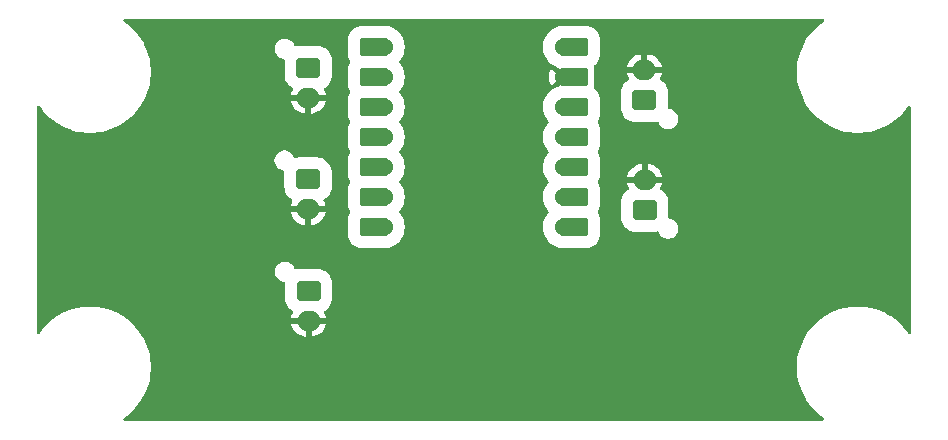
<source format=gtl>
G04 #@! TF.GenerationSoftware,KiCad,Pcbnew,9.0.0-9.0.0-2~ubuntu24.04.1*
G04 #@! TF.CreationDate,2025-03-14T16:09:41-04:00*
G04 #@! TF.ProjectId,RiftBox,52696674-426f-4782-9e6b-696361645f70,rev?*
G04 #@! TF.SameCoordinates,Original*
G04 #@! TF.FileFunction,Copper,L1,Top*
G04 #@! TF.FilePolarity,Positive*
%FSLAX46Y46*%
G04 Gerber Fmt 4.6, Leading zero omitted, Abs format (unit mm)*
G04 Created by KiCad (PCBNEW 9.0.0-9.0.0-2~ubuntu24.04.1) date 2025-03-14 16:09:41*
%MOMM*%
%LPD*%
G01*
G04 APERTURE LIST*
G04 Aperture macros list*
%AMRoundRect*
0 Rectangle with rounded corners*
0 $1 Rounding radius*
0 $2 $3 $4 $5 $6 $7 $8 $9 X,Y pos of 4 corners*
0 Add a 4 corners polygon primitive as box body*
4,1,4,$2,$3,$4,$5,$6,$7,$8,$9,$2,$3,0*
0 Add four circle primitives for the rounded corners*
1,1,$1+$1,$2,$3*
1,1,$1+$1,$4,$5*
1,1,$1+$1,$6,$7*
1,1,$1+$1,$8,$9*
0 Add four rect primitives between the rounded corners*
20,1,$1+$1,$2,$3,$4,$5,0*
20,1,$1+$1,$4,$5,$6,$7,0*
20,1,$1+$1,$6,$7,$8,$9,0*
20,1,$1+$1,$8,$9,$2,$3,0*%
G04 Aperture macros list end*
G04 #@! TA.AperFunction,ComponentPad*
%ADD10O,2.000000X1.700000*%
G04 #@! TD*
G04 #@! TA.AperFunction,ComponentPad*
%ADD11RoundRect,0.250000X-0.750000X0.600000X-0.750000X-0.600000X0.750000X-0.600000X0.750000X0.600000X0*%
G04 #@! TD*
G04 #@! TA.AperFunction,ComponentPad*
%ADD12RoundRect,0.250000X0.750000X-0.600000X0.750000X0.600000X-0.750000X0.600000X-0.750000X-0.600000X0*%
G04 #@! TD*
G04 #@! TA.AperFunction,SMDPad,CuDef*
%ADD13RoundRect,0.152400X-1.063600X-0.609600X1.063600X-0.609600X1.063600X0.609600X-1.063600X0.609600X0*%
G04 #@! TD*
G04 #@! TA.AperFunction,ComponentPad*
%ADD14C,1.524000*%
G04 #@! TD*
G04 #@! TA.AperFunction,SMDPad,CuDef*
%ADD15RoundRect,0.152400X1.063600X0.609600X-1.063600X0.609600X-1.063600X-0.609600X1.063600X-0.609600X0*%
G04 #@! TD*
G04 APERTURE END LIST*
D10*
X148500000Y-76040000D03*
D11*
X148500000Y-73500000D03*
X148480000Y-54620000D03*
D10*
X148480000Y-57160000D03*
D11*
X148455000Y-64080000D03*
D10*
X148455000Y-66620000D03*
D12*
X176930000Y-57370000D03*
D10*
X176930000Y-54830000D03*
D12*
X176955000Y-66660000D03*
D10*
X176955000Y-64120000D03*
D13*
X170955000Y-52880000D03*
D14*
X170120000Y-52880000D03*
D13*
X170955000Y-55420000D03*
D14*
X170120000Y-55420000D03*
D13*
X170955000Y-57960000D03*
D14*
X170120000Y-57960000D03*
D13*
X170955000Y-60500000D03*
D14*
X170120000Y-60500000D03*
D13*
X170955000Y-63040000D03*
D14*
X170120000Y-63040000D03*
D13*
X170955000Y-65580000D03*
D14*
X170120000Y-65580000D03*
D13*
X170955000Y-68120000D03*
D14*
X170120000Y-68120000D03*
X154880000Y-68120000D03*
D15*
X154045000Y-68120000D03*
D14*
X154880000Y-65580000D03*
D15*
X154045000Y-65580000D03*
D14*
X154880000Y-63040000D03*
D15*
X154045000Y-63040000D03*
D14*
X154880000Y-60500000D03*
D15*
X154045000Y-60500000D03*
D14*
X154880000Y-57960000D03*
D15*
X154045000Y-57960000D03*
D14*
X154880000Y-55420000D03*
D15*
X154045000Y-55420000D03*
D14*
X154880000Y-52880000D03*
D15*
X154045000Y-52880000D03*
G04 #@! TA.AperFunction,Conductor*
G36*
X192120090Y-50520185D02*
G01*
X192165845Y-50572989D01*
X192175789Y-50642147D01*
X192146764Y-50705703D01*
X192124175Y-50726075D01*
X191861580Y-50909945D01*
X191517055Y-51199037D01*
X191199037Y-51517055D01*
X190909941Y-51861585D01*
X190651985Y-52229984D01*
X190651969Y-52230010D01*
X190427101Y-52619491D01*
X190427093Y-52619506D01*
X190237029Y-53027101D01*
X190237026Y-53027107D01*
X190237025Y-53027111D01*
X190209123Y-53103771D01*
X190083197Y-53449749D01*
X189966799Y-53884158D01*
X189966796Y-53884171D01*
X189888698Y-54327081D01*
X189849500Y-54775120D01*
X189849500Y-55224879D01*
X189888698Y-55672918D01*
X189966796Y-56115828D01*
X189966799Y-56115841D01*
X190083197Y-56550250D01*
X190083200Y-56550260D01*
X190083201Y-56550261D01*
X190237025Y-56972889D01*
X190237028Y-56972896D01*
X190237029Y-56972898D01*
X190427093Y-57380493D01*
X190427101Y-57380508D01*
X190562724Y-57615412D01*
X190651974Y-57769998D01*
X190651978Y-57770004D01*
X190651985Y-57770015D01*
X190909941Y-58138414D01*
X191049376Y-58304585D01*
X191199035Y-58482942D01*
X191517058Y-58800965D01*
X191618671Y-58886228D01*
X191861585Y-59090058D01*
X192229984Y-59348014D01*
X192229991Y-59348018D01*
X192230002Y-59348026D01*
X192532125Y-59522457D01*
X192619491Y-59572898D01*
X192619506Y-59572906D01*
X192800659Y-59657378D01*
X193027111Y-59762975D01*
X193449739Y-59916799D01*
X193449745Y-59916800D01*
X193449749Y-59916802D01*
X193568052Y-59948500D01*
X193884166Y-60033203D01*
X194327084Y-60111302D01*
X194775122Y-60150499D01*
X194775123Y-60150500D01*
X194775124Y-60150500D01*
X195224877Y-60150500D01*
X195224877Y-60150499D01*
X195672916Y-60111302D01*
X196115834Y-60033203D01*
X196550261Y-59916799D01*
X196972889Y-59762975D01*
X197380502Y-59572902D01*
X197769998Y-59348026D01*
X198138413Y-59090059D01*
X198482942Y-58800965D01*
X198800965Y-58482942D01*
X199090059Y-58138413D01*
X199273925Y-57875824D01*
X199328502Y-57832200D01*
X199398000Y-57825006D01*
X199460355Y-57856529D01*
X199495769Y-57916759D01*
X199499500Y-57946948D01*
X199499500Y-77053051D01*
X199479815Y-77120090D01*
X199427011Y-77165845D01*
X199357853Y-77175789D01*
X199294297Y-77146764D01*
X199273925Y-77124175D01*
X199224123Y-77053051D01*
X199090059Y-76861587D01*
X199090058Y-76861586D01*
X199090054Y-76861580D01*
X198835501Y-76558217D01*
X198800965Y-76517058D01*
X198482942Y-76199035D01*
X198371860Y-76105826D01*
X198138414Y-75909941D01*
X197770015Y-75651985D01*
X197770004Y-75651978D01*
X197769998Y-75651974D01*
X197576054Y-75540000D01*
X197380508Y-75427101D01*
X197380493Y-75427093D01*
X196972898Y-75237029D01*
X196972896Y-75237028D01*
X196972889Y-75237025D01*
X196550261Y-75083201D01*
X196550260Y-75083200D01*
X196550250Y-75083197D01*
X196115841Y-74966799D01*
X196115844Y-74966799D01*
X196115834Y-74966797D01*
X196053300Y-74955770D01*
X195672918Y-74888698D01*
X195224879Y-74849500D01*
X195224876Y-74849500D01*
X194775124Y-74849500D01*
X194775120Y-74849500D01*
X194327081Y-74888698D01*
X193884171Y-74966796D01*
X193884168Y-74966796D01*
X193884166Y-74966797D01*
X193884161Y-74966798D01*
X193884158Y-74966799D01*
X193449749Y-75083197D01*
X193238425Y-75160113D01*
X193027111Y-75237025D01*
X193027107Y-75237026D01*
X193027101Y-75237029D01*
X192619506Y-75427093D01*
X192619491Y-75427101D01*
X192230010Y-75651969D01*
X192229984Y-75651985D01*
X191861585Y-75909941D01*
X191517055Y-76199037D01*
X191199037Y-76517055D01*
X190909941Y-76861585D01*
X190651985Y-77229984D01*
X190651969Y-77230010D01*
X190427101Y-77619491D01*
X190427093Y-77619506D01*
X190237029Y-78027101D01*
X190083197Y-78449749D01*
X189966799Y-78884158D01*
X189966796Y-78884171D01*
X189888698Y-79327081D01*
X189849500Y-79775120D01*
X189849500Y-80224879D01*
X189888698Y-80672918D01*
X189966796Y-81115828D01*
X189966799Y-81115841D01*
X190083197Y-81550250D01*
X190083200Y-81550260D01*
X190083201Y-81550261D01*
X190237025Y-81972889D01*
X190237028Y-81972896D01*
X190237029Y-81972898D01*
X190427093Y-82380493D01*
X190427101Y-82380508D01*
X190585162Y-82654276D01*
X190651974Y-82769998D01*
X190651978Y-82770004D01*
X190651985Y-82770015D01*
X190909941Y-83138414D01*
X191118899Y-83387440D01*
X191199035Y-83482942D01*
X191517058Y-83800965D01*
X191639661Y-83903841D01*
X191861580Y-84090054D01*
X192124175Y-84273925D01*
X192167799Y-84328502D01*
X192174992Y-84398001D01*
X192143470Y-84460355D01*
X192083240Y-84495769D01*
X192053051Y-84499500D01*
X132946949Y-84499500D01*
X132879910Y-84479815D01*
X132834155Y-84427011D01*
X132824211Y-84357853D01*
X132853236Y-84294297D01*
X132875825Y-84273925D01*
X133138413Y-84090059D01*
X133482942Y-83800965D01*
X133800965Y-83482942D01*
X134090059Y-83138413D01*
X134348026Y-82769998D01*
X134572902Y-82380502D01*
X134762975Y-81972889D01*
X134916799Y-81550261D01*
X135033203Y-81115834D01*
X135111302Y-80672916D01*
X135150500Y-80224876D01*
X135150500Y-79775124D01*
X135111302Y-79327084D01*
X135033203Y-78884166D01*
X134916799Y-78449739D01*
X134762975Y-78027111D01*
X134572902Y-77619498D01*
X134348026Y-77230002D01*
X134348018Y-77229991D01*
X134348014Y-77229984D01*
X134090058Y-76861585D01*
X133835501Y-76558217D01*
X133800965Y-76517058D01*
X133482942Y-76199035D01*
X133371860Y-76105826D01*
X133138414Y-75909941D01*
X132770015Y-75651985D01*
X132770004Y-75651978D01*
X132769998Y-75651974D01*
X132576054Y-75540000D01*
X132380508Y-75427101D01*
X132380493Y-75427093D01*
X131972898Y-75237029D01*
X131972896Y-75237028D01*
X131972889Y-75237025D01*
X131550261Y-75083201D01*
X131550260Y-75083200D01*
X131550250Y-75083197D01*
X131115841Y-74966799D01*
X131115844Y-74966799D01*
X131115834Y-74966797D01*
X131053300Y-74955770D01*
X130672918Y-74888698D01*
X130224879Y-74849500D01*
X130224876Y-74849500D01*
X129775124Y-74849500D01*
X129775120Y-74849500D01*
X129327081Y-74888698D01*
X128884171Y-74966796D01*
X128884168Y-74966796D01*
X128884166Y-74966797D01*
X128884161Y-74966798D01*
X128884158Y-74966799D01*
X128449749Y-75083197D01*
X128238425Y-75160113D01*
X128027111Y-75237025D01*
X128027107Y-75237026D01*
X128027101Y-75237029D01*
X127619506Y-75427093D01*
X127619491Y-75427101D01*
X127230010Y-75651969D01*
X127229984Y-75651985D01*
X126861585Y-75909941D01*
X126517055Y-76199037D01*
X126199037Y-76517055D01*
X125909945Y-76861580D01*
X125726075Y-77124175D01*
X125671498Y-77167799D01*
X125601999Y-77174992D01*
X125539645Y-77143470D01*
X125504231Y-77083240D01*
X125500500Y-77053051D01*
X125500500Y-71816228D01*
X145649500Y-71816228D01*
X145649500Y-71983771D01*
X145682182Y-72148074D01*
X145682184Y-72148082D01*
X145746295Y-72302860D01*
X145839373Y-72442162D01*
X145957837Y-72560626D01*
X146050494Y-72622537D01*
X146097137Y-72653703D01*
X146251918Y-72717816D01*
X146327028Y-72732756D01*
X146399691Y-72747210D01*
X146461602Y-72779594D01*
X146496176Y-72840310D01*
X146499500Y-72868827D01*
X146499500Y-74164208D01*
X146499501Y-74164223D01*
X146509904Y-74296413D01*
X146509905Y-74296420D01*
X146564902Y-74514678D01*
X146564903Y-74514681D01*
X146657991Y-74719622D01*
X146657997Y-74719632D01*
X146786174Y-74904645D01*
X146786178Y-74904650D01*
X146786181Y-74904654D01*
X146945346Y-75063819D01*
X146945350Y-75063822D01*
X146945354Y-75063825D01*
X146973316Y-75083197D01*
X147130374Y-75192007D01*
X147130385Y-75192012D01*
X147133182Y-75193599D01*
X147134221Y-75194673D01*
X147134952Y-75195179D01*
X147134851Y-75195323D01*
X147181780Y-75243799D01*
X147195523Y-75312303D01*
X147182484Y-75357749D01*
X147098904Y-75521782D01*
X147033242Y-75723870D01*
X147033242Y-75723873D01*
X147022769Y-75790000D01*
X148066988Y-75790000D01*
X148034075Y-75847007D01*
X148000000Y-75974174D01*
X148000000Y-76105826D01*
X148034075Y-76232993D01*
X148066988Y-76290000D01*
X147022769Y-76290000D01*
X147033242Y-76356126D01*
X147033242Y-76356129D01*
X147098904Y-76558217D01*
X147195379Y-76747557D01*
X147320272Y-76919459D01*
X147320276Y-76919464D01*
X147470535Y-77069723D01*
X147470540Y-77069727D01*
X147642442Y-77194620D01*
X147831782Y-77291095D01*
X148033870Y-77356757D01*
X148243754Y-77390000D01*
X148250000Y-77390000D01*
X148250000Y-76473012D01*
X148307007Y-76505925D01*
X148434174Y-76540000D01*
X148565826Y-76540000D01*
X148692993Y-76505925D01*
X148750000Y-76473012D01*
X148750000Y-77390000D01*
X148756246Y-77390000D01*
X148966127Y-77356757D01*
X148966130Y-77356757D01*
X149168217Y-77291095D01*
X149357557Y-77194620D01*
X149529459Y-77069727D01*
X149529464Y-77069723D01*
X149679723Y-76919464D01*
X149679727Y-76919459D01*
X149804620Y-76747557D01*
X149901095Y-76558217D01*
X149966757Y-76356129D01*
X149966757Y-76356126D01*
X149977231Y-76290000D01*
X148933012Y-76290000D01*
X148965925Y-76232993D01*
X149000000Y-76105826D01*
X149000000Y-75974174D01*
X148965925Y-75847007D01*
X148933012Y-75790000D01*
X149977231Y-75790000D01*
X149966757Y-75723873D01*
X149966757Y-75723870D01*
X149901095Y-75521782D01*
X149817516Y-75357750D01*
X149804620Y-75289081D01*
X149830896Y-75224341D01*
X149866807Y-75193606D01*
X149869611Y-75192013D01*
X149869626Y-75192007D01*
X150054654Y-75063819D01*
X150213819Y-74904654D01*
X150342007Y-74719626D01*
X150435096Y-74514683D01*
X150490096Y-74296412D01*
X150500500Y-74164217D01*
X150500499Y-72835784D01*
X150490096Y-72703588D01*
X150435096Y-72485317D01*
X150342007Y-72280374D01*
X150213819Y-72095346D01*
X150054654Y-71936181D01*
X150054650Y-71936178D01*
X150054645Y-71936174D01*
X149869632Y-71807997D01*
X149869630Y-71807995D01*
X149869626Y-71807993D01*
X149669242Y-71716975D01*
X149664681Y-71714903D01*
X149664678Y-71714902D01*
X149446420Y-71659905D01*
X149446413Y-71659904D01*
X149402347Y-71656436D01*
X149314217Y-71649500D01*
X149314215Y-71649500D01*
X147685791Y-71649500D01*
X147685776Y-71649501D01*
X147553588Y-71659904D01*
X147446961Y-71686772D01*
X147377144Y-71684064D01*
X147319874Y-71644040D01*
X147302102Y-71613982D01*
X147253705Y-71497141D01*
X147253704Y-71497139D01*
X147160626Y-71357837D01*
X147042162Y-71239373D01*
X146902860Y-71146295D01*
X146748082Y-71082184D01*
X146748074Y-71082182D01*
X146583771Y-71049500D01*
X146583767Y-71049500D01*
X146416233Y-71049500D01*
X146416228Y-71049500D01*
X146251925Y-71082182D01*
X146251917Y-71082184D01*
X146097139Y-71146295D01*
X145957837Y-71239373D01*
X145839373Y-71357837D01*
X145746295Y-71497139D01*
X145682184Y-71651917D01*
X145682182Y-71651925D01*
X145649500Y-71816228D01*
X125500500Y-71816228D01*
X125500500Y-62396228D01*
X145604500Y-62396228D01*
X145604500Y-62563771D01*
X145637182Y-62728074D01*
X145637184Y-62728082D01*
X145701295Y-62882860D01*
X145794373Y-63022162D01*
X145912837Y-63140626D01*
X146005494Y-63202537D01*
X146052137Y-63233703D01*
X146206918Y-63297816D01*
X146282028Y-63312756D01*
X146354691Y-63327210D01*
X146416602Y-63359594D01*
X146451176Y-63420310D01*
X146454500Y-63448827D01*
X146454500Y-64744208D01*
X146454501Y-64744223D01*
X146464904Y-64876413D01*
X146464905Y-64876420D01*
X146519902Y-65094678D01*
X146519903Y-65094681D01*
X146612991Y-65299622D01*
X146612997Y-65299632D01*
X146741174Y-65484645D01*
X146741178Y-65484650D01*
X146741181Y-65484654D01*
X146900346Y-65643819D01*
X146900350Y-65643822D01*
X146900354Y-65643825D01*
X147060220Y-65754580D01*
X147085374Y-65772007D01*
X147085385Y-65772012D01*
X147088182Y-65773599D01*
X147089221Y-65774673D01*
X147089952Y-65775179D01*
X147089851Y-65775323D01*
X147136780Y-65823799D01*
X147150523Y-65892303D01*
X147137484Y-65937749D01*
X147053904Y-66101782D01*
X146988242Y-66303870D01*
X146988242Y-66303873D01*
X146977769Y-66370000D01*
X148021988Y-66370000D01*
X147989075Y-66427007D01*
X147955000Y-66554174D01*
X147955000Y-66685826D01*
X147989075Y-66812993D01*
X148021988Y-66870000D01*
X146977769Y-66870000D01*
X146988242Y-66936126D01*
X146988242Y-66936129D01*
X147053904Y-67138217D01*
X147150379Y-67327557D01*
X147275272Y-67499459D01*
X147275276Y-67499464D01*
X147425535Y-67649723D01*
X147425540Y-67649727D01*
X147597442Y-67774620D01*
X147786782Y-67871095D01*
X147988870Y-67936757D01*
X148198754Y-67970000D01*
X148205000Y-67970000D01*
X148205000Y-67053012D01*
X148262007Y-67085925D01*
X148389174Y-67120000D01*
X148520826Y-67120000D01*
X148647993Y-67085925D01*
X148705000Y-67053012D01*
X148705000Y-67970000D01*
X148711246Y-67970000D01*
X148921127Y-67936757D01*
X148921130Y-67936757D01*
X149123217Y-67871095D01*
X149312557Y-67774620D01*
X149484459Y-67649727D01*
X149484464Y-67649723D01*
X149634723Y-67499464D01*
X149634727Y-67499459D01*
X149759620Y-67327557D01*
X149856095Y-67138217D01*
X149921757Y-66936129D01*
X149921757Y-66936126D01*
X149932231Y-66870000D01*
X148888012Y-66870000D01*
X148920925Y-66812993D01*
X148955000Y-66685826D01*
X148955000Y-66554174D01*
X148920925Y-66427007D01*
X148888012Y-66370000D01*
X149932231Y-66370000D01*
X149921757Y-66303873D01*
X149921757Y-66303870D01*
X149856095Y-66101782D01*
X149772516Y-65937750D01*
X149759620Y-65869081D01*
X149785896Y-65804341D01*
X149821807Y-65773606D01*
X149824611Y-65772013D01*
X149824626Y-65772007D01*
X150009654Y-65643819D01*
X150168819Y-65484654D01*
X150297007Y-65299626D01*
X150390096Y-65094683D01*
X150445096Y-64876412D01*
X150455500Y-64744217D01*
X150455499Y-63415784D01*
X150445096Y-63283588D01*
X150434247Y-63240535D01*
X150390097Y-63065321D01*
X150390096Y-63065318D01*
X150326127Y-62924486D01*
X150297007Y-62860374D01*
X150168819Y-62675346D01*
X150009654Y-62516181D01*
X150009650Y-62516178D01*
X150009645Y-62516174D01*
X149824632Y-62387997D01*
X149824630Y-62387995D01*
X149824626Y-62387993D01*
X149624242Y-62296975D01*
X149619681Y-62294903D01*
X149619678Y-62294902D01*
X149401420Y-62239905D01*
X149401413Y-62239904D01*
X149357347Y-62236436D01*
X149269217Y-62229500D01*
X149269215Y-62229500D01*
X147640791Y-62229500D01*
X147640776Y-62229501D01*
X147508588Y-62239904D01*
X147401961Y-62266772D01*
X147332144Y-62264064D01*
X147274874Y-62224040D01*
X147257102Y-62193982D01*
X147208705Y-62077141D01*
X147208704Y-62077139D01*
X147115626Y-61937837D01*
X146997162Y-61819373D01*
X146857860Y-61726295D01*
X146703082Y-61662184D01*
X146703074Y-61662182D01*
X146538771Y-61629500D01*
X146538767Y-61629500D01*
X146371233Y-61629500D01*
X146371228Y-61629500D01*
X146206925Y-61662182D01*
X146206917Y-61662184D01*
X146052139Y-61726295D01*
X145912837Y-61819373D01*
X145794373Y-61937837D01*
X145701295Y-62077139D01*
X145637184Y-62231917D01*
X145637182Y-62231925D01*
X145604500Y-62396228D01*
X125500500Y-62396228D01*
X125500500Y-57946948D01*
X125520185Y-57879909D01*
X125572989Y-57834154D01*
X125642147Y-57824210D01*
X125705703Y-57853235D01*
X125726075Y-57875825D01*
X125909941Y-58138414D01*
X126049376Y-58304585D01*
X126199035Y-58482942D01*
X126517058Y-58800965D01*
X126618671Y-58886228D01*
X126861585Y-59090058D01*
X127229984Y-59348014D01*
X127229991Y-59348018D01*
X127230002Y-59348026D01*
X127532125Y-59522457D01*
X127619491Y-59572898D01*
X127619506Y-59572906D01*
X127800659Y-59657378D01*
X128027111Y-59762975D01*
X128449739Y-59916799D01*
X128449745Y-59916800D01*
X128449749Y-59916802D01*
X128568052Y-59948500D01*
X128884166Y-60033203D01*
X129327084Y-60111302D01*
X129775122Y-60150499D01*
X129775123Y-60150500D01*
X129775124Y-60150500D01*
X130224877Y-60150500D01*
X130224877Y-60150499D01*
X130672916Y-60111302D01*
X131115834Y-60033203D01*
X131550261Y-59916799D01*
X131972889Y-59762975D01*
X132380502Y-59572902D01*
X132769998Y-59348026D01*
X133138413Y-59090059D01*
X133482942Y-58800965D01*
X133800965Y-58482942D01*
X134090059Y-58138413D01*
X134348026Y-57769998D01*
X134572902Y-57380502D01*
X134585730Y-57352993D01*
X134600867Y-57320532D01*
X134600867Y-57320531D01*
X134620122Y-57279239D01*
X134762975Y-56972889D01*
X134916799Y-56550261D01*
X135033203Y-56115834D01*
X135111302Y-55672916D01*
X135150500Y-55224876D01*
X135150500Y-54775124D01*
X135111302Y-54327084D01*
X135033203Y-53884166D01*
X134933815Y-53513242D01*
X134916802Y-53449749D01*
X134916800Y-53449745D01*
X134916799Y-53449739D01*
X134762975Y-53027111D01*
X134720596Y-52936228D01*
X145629500Y-52936228D01*
X145629500Y-53103771D01*
X145662182Y-53268074D01*
X145662184Y-53268082D01*
X145726295Y-53422860D01*
X145819373Y-53562162D01*
X145937837Y-53680626D01*
X146030494Y-53742537D01*
X146077137Y-53773703D01*
X146231918Y-53837816D01*
X146307028Y-53852756D01*
X146379691Y-53867210D01*
X146441602Y-53899594D01*
X146476176Y-53960310D01*
X146479500Y-53988827D01*
X146479500Y-55284208D01*
X146479501Y-55284223D01*
X146489904Y-55416413D01*
X146489905Y-55416420D01*
X146544902Y-55634678D01*
X146544903Y-55634681D01*
X146637991Y-55839622D01*
X146637997Y-55839632D01*
X146766174Y-56024645D01*
X146766178Y-56024650D01*
X146766181Y-56024654D01*
X146925346Y-56183819D01*
X146925350Y-56183822D01*
X146925354Y-56183825D01*
X147065575Y-56280970D01*
X147110374Y-56312007D01*
X147110385Y-56312012D01*
X147113182Y-56313599D01*
X147114221Y-56314673D01*
X147114952Y-56315179D01*
X147114851Y-56315323D01*
X147161780Y-56363799D01*
X147175523Y-56432303D01*
X147162484Y-56477749D01*
X147078904Y-56641782D01*
X147013242Y-56843870D01*
X147013242Y-56843873D01*
X147002769Y-56910000D01*
X148046988Y-56910000D01*
X148014075Y-56967007D01*
X147980000Y-57094174D01*
X147980000Y-57225826D01*
X148014075Y-57352993D01*
X148046988Y-57410000D01*
X147002769Y-57410000D01*
X147013242Y-57476126D01*
X147013242Y-57476129D01*
X147078904Y-57678217D01*
X147175379Y-57867557D01*
X147300272Y-58039459D01*
X147300276Y-58039464D01*
X147450535Y-58189723D01*
X147450540Y-58189727D01*
X147622442Y-58314620D01*
X147811782Y-58411095D01*
X148013870Y-58476757D01*
X148223754Y-58510000D01*
X148230000Y-58510000D01*
X148230000Y-57593012D01*
X148287007Y-57625925D01*
X148414174Y-57660000D01*
X148545826Y-57660000D01*
X148672993Y-57625925D01*
X148730000Y-57593012D01*
X148730000Y-58510000D01*
X148736246Y-58510000D01*
X148946127Y-58476757D01*
X148946130Y-58476757D01*
X149148217Y-58411095D01*
X149337557Y-58314620D01*
X149509459Y-58189727D01*
X149509464Y-58189723D01*
X149659723Y-58039464D01*
X149659727Y-58039459D01*
X149784620Y-57867557D01*
X149881095Y-57678217D01*
X149946757Y-57476129D01*
X149946757Y-57476126D01*
X149957231Y-57410000D01*
X148913012Y-57410000D01*
X148945925Y-57352993D01*
X148980000Y-57225826D01*
X148980000Y-57094174D01*
X148945925Y-56967007D01*
X148913012Y-56910000D01*
X149957231Y-56910000D01*
X149946757Y-56843873D01*
X149946757Y-56843870D01*
X149881095Y-56641782D01*
X149797516Y-56477750D01*
X149784620Y-56409081D01*
X149810896Y-56344341D01*
X149846807Y-56313606D01*
X149849611Y-56312013D01*
X149849626Y-56312007D01*
X150034654Y-56183819D01*
X150193819Y-56024654D01*
X150322007Y-55839626D01*
X150415096Y-55634683D01*
X150470096Y-55416412D01*
X150480500Y-55284217D01*
X150480499Y-53955784D01*
X150470096Y-53823588D01*
X150415096Y-53605317D01*
X150322007Y-53400374D01*
X150230349Y-53268074D01*
X150193825Y-53215354D01*
X150193822Y-53215350D01*
X150193819Y-53215346D01*
X150034654Y-53056181D01*
X150034650Y-53056178D01*
X150034645Y-53056174D01*
X149849632Y-52927997D01*
X149849630Y-52927995D01*
X149849626Y-52927993D01*
X149649242Y-52836975D01*
X149644681Y-52834903D01*
X149644678Y-52834902D01*
X149426420Y-52779905D01*
X149426413Y-52779904D01*
X149382347Y-52776436D01*
X149294217Y-52769500D01*
X149294215Y-52769500D01*
X147665791Y-52769500D01*
X147665776Y-52769501D01*
X147533588Y-52779904D01*
X147426961Y-52806772D01*
X147357144Y-52804064D01*
X147299874Y-52764040D01*
X147282102Y-52733982D01*
X147233705Y-52617141D01*
X147233704Y-52617139D01*
X147140626Y-52477837D01*
X147022165Y-52359376D01*
X147022161Y-52359373D01*
X146933598Y-52300197D01*
X146922746Y-52292946D01*
X146882863Y-52266297D01*
X146882860Y-52266295D01*
X146882859Y-52266295D01*
X146728082Y-52202184D01*
X146728074Y-52202182D01*
X146713279Y-52199239D01*
X151828500Y-52199239D01*
X151828500Y-53560760D01*
X151834663Y-53649561D01*
X151834664Y-53649570D01*
X151883580Y-53857542D01*
X151883582Y-53857548D01*
X151883583Y-53857551D01*
X151969886Y-54053010D01*
X151969887Y-54053011D01*
X151969888Y-54053013D01*
X151988322Y-54079925D01*
X152009967Y-54146357D01*
X151992261Y-54213946D01*
X151988322Y-54220075D01*
X151969888Y-54246986D01*
X151883582Y-54442451D01*
X151883580Y-54442457D01*
X151834665Y-54650427D01*
X151834663Y-54650442D01*
X151828500Y-54739239D01*
X151828500Y-56100760D01*
X151834663Y-56189561D01*
X151834664Y-56189570D01*
X151883580Y-56397542D01*
X151883582Y-56397548D01*
X151883583Y-56397551D01*
X151969886Y-56593010D01*
X151969887Y-56593012D01*
X151969888Y-56593013D01*
X151988322Y-56619925D01*
X152009967Y-56686357D01*
X151992261Y-56753946D01*
X151988322Y-56760075D01*
X151969888Y-56786986D01*
X151883582Y-56982451D01*
X151883580Y-56982457D01*
X151834665Y-57190427D01*
X151834663Y-57190442D01*
X151828500Y-57279239D01*
X151828500Y-58640760D01*
X151834663Y-58729561D01*
X151834664Y-58729570D01*
X151883580Y-58937542D01*
X151883582Y-58937548D01*
X151883583Y-58937551D01*
X151969886Y-59133010D01*
X151969887Y-59133012D01*
X151969888Y-59133013D01*
X151988322Y-59159925D01*
X152009967Y-59226357D01*
X151992261Y-59293946D01*
X151988322Y-59300075D01*
X151969888Y-59326986D01*
X151969886Y-59326989D01*
X151969886Y-59326990D01*
X151966169Y-59335409D01*
X151883582Y-59522451D01*
X151883580Y-59522457D01*
X151834665Y-59730427D01*
X151834663Y-59730442D01*
X151828500Y-59819239D01*
X151828500Y-61180760D01*
X151834663Y-61269561D01*
X151834664Y-61269570D01*
X151883580Y-61477542D01*
X151883582Y-61477548D01*
X151883583Y-61477551D01*
X151969886Y-61673010D01*
X151969887Y-61673012D01*
X151969888Y-61673013D01*
X151988322Y-61699925D01*
X152009967Y-61766357D01*
X151992261Y-61833946D01*
X151988322Y-61840075D01*
X151969888Y-61866986D01*
X151969886Y-61866989D01*
X151969886Y-61866990D01*
X151966169Y-61875409D01*
X151883582Y-62062451D01*
X151883580Y-62062457D01*
X151834665Y-62270427D01*
X151834663Y-62270442D01*
X151828500Y-62359239D01*
X151828500Y-63720760D01*
X151834663Y-63809561D01*
X151834664Y-63809570D01*
X151883580Y-64017542D01*
X151883582Y-64017548D01*
X151883583Y-64017551D01*
X151969886Y-64213010D01*
X151969887Y-64213012D01*
X151969888Y-64213013D01*
X151988322Y-64239925D01*
X152009967Y-64306357D01*
X151992261Y-64373946D01*
X151988322Y-64380075D01*
X151969888Y-64406986D01*
X151969886Y-64406989D01*
X151969886Y-64406990D01*
X151966169Y-64415409D01*
X151883582Y-64602451D01*
X151883580Y-64602457D01*
X151834665Y-64810427D01*
X151834663Y-64810442D01*
X151828500Y-64899239D01*
X151828500Y-66260760D01*
X151834663Y-66349561D01*
X151834664Y-66349570D01*
X151883580Y-66557542D01*
X151883582Y-66557548D01*
X151883583Y-66557551D01*
X151969886Y-66753010D01*
X151969887Y-66753012D01*
X151969888Y-66753013D01*
X151988322Y-66779925D01*
X152009967Y-66846357D01*
X151992261Y-66913946D01*
X151988322Y-66920075D01*
X151969888Y-66946986D01*
X151969886Y-66946989D01*
X151969886Y-66946990D01*
X151912350Y-67077296D01*
X151883582Y-67142451D01*
X151883580Y-67142457D01*
X151834665Y-67350427D01*
X151834663Y-67350442D01*
X151828500Y-67439239D01*
X151828500Y-68800760D01*
X151834663Y-68889561D01*
X151834664Y-68889570D01*
X151883580Y-69097542D01*
X151883582Y-69097548D01*
X151883583Y-69097551D01*
X151969886Y-69293010D01*
X152090635Y-69469282D01*
X152241718Y-69620365D01*
X152417990Y-69741114D01*
X152613449Y-69827417D01*
X152613455Y-69827418D01*
X152613457Y-69827419D01*
X152821427Y-69876334D01*
X152821430Y-69876334D01*
X152821437Y-69876336D01*
X152910243Y-69882500D01*
X154764473Y-69882499D01*
X154764480Y-69882500D01*
X154995520Y-69882500D01*
X154995526Y-69882499D01*
X155179756Y-69882499D01*
X155179760Y-69882499D01*
X155238960Y-69878390D01*
X155268563Y-69876336D01*
X155268564Y-69876335D01*
X155268570Y-69876335D01*
X155476542Y-69827419D01*
X155476540Y-69827419D01*
X155476551Y-69827417D01*
X155672010Y-69741114D01*
X155848282Y-69620365D01*
X155936104Y-69532541D01*
X155948300Y-69521847D01*
X156016799Y-69469286D01*
X156044591Y-69447961D01*
X156207961Y-69284591D01*
X156348610Y-69101294D01*
X156464130Y-68901207D01*
X156552546Y-68687753D01*
X156612343Y-68464585D01*
X156642500Y-68235520D01*
X156642500Y-68004480D01*
X156612343Y-67775415D01*
X156552546Y-67552247D01*
X156481366Y-67380404D01*
X156464135Y-67338804D01*
X156464128Y-67338789D01*
X156348610Y-67138706D01*
X156207962Y-66955410D01*
X156190235Y-66937683D01*
X156156748Y-66876361D01*
X156161731Y-66806669D01*
X156190235Y-66762317D01*
X156207961Y-66744591D01*
X156348610Y-66561294D01*
X156464130Y-66361207D01*
X156552546Y-66147753D01*
X156612343Y-65924585D01*
X156642500Y-65695520D01*
X156642500Y-65464480D01*
X156612343Y-65235415D01*
X156552546Y-65012247D01*
X156472875Y-64819904D01*
X156464135Y-64798804D01*
X156464128Y-64798789D01*
X156348610Y-64598706D01*
X156207962Y-64415410D01*
X156190235Y-64397683D01*
X156156748Y-64336361D01*
X156161731Y-64266669D01*
X156190235Y-64222317D01*
X156207961Y-64204591D01*
X156348610Y-64021294D01*
X156464130Y-63821207D01*
X156552546Y-63607753D01*
X156612343Y-63384585D01*
X156642500Y-63155520D01*
X156642500Y-62924480D01*
X156612343Y-62695415D01*
X156552546Y-62472247D01*
X156479088Y-62294904D01*
X156464135Y-62258804D01*
X156464128Y-62258789D01*
X156348610Y-62058706D01*
X156207962Y-61875410D01*
X156190235Y-61857683D01*
X156156748Y-61796361D01*
X156161731Y-61726669D01*
X156190235Y-61682317D01*
X156207961Y-61664591D01*
X156348610Y-61481294D01*
X156464130Y-61281207D01*
X156552546Y-61067753D01*
X156612343Y-60844585D01*
X156642500Y-60615520D01*
X156642500Y-60384480D01*
X156612343Y-60155415D01*
X156552546Y-59932247D01*
X156492721Y-59787817D01*
X156464135Y-59718804D01*
X156464128Y-59718789D01*
X156348610Y-59518706D01*
X156207962Y-59335410D01*
X156190235Y-59317683D01*
X156156748Y-59256361D01*
X156161731Y-59186669D01*
X156190235Y-59142317D01*
X156207961Y-59124591D01*
X156348610Y-58941294D01*
X156464130Y-58741207D01*
X156552546Y-58527753D01*
X156612343Y-58304585D01*
X156642500Y-58075520D01*
X156642500Y-57844480D01*
X156612343Y-57615415D01*
X156552546Y-57392247D01*
X156483612Y-57225826D01*
X156464135Y-57178804D01*
X156464128Y-57178789D01*
X156348610Y-56978706D01*
X156207962Y-56795410D01*
X156190235Y-56777683D01*
X156156748Y-56716361D01*
X156161731Y-56646669D01*
X156190235Y-56602317D01*
X156207961Y-56584591D01*
X156348610Y-56401294D01*
X156464130Y-56201207D01*
X156465666Y-56197500D01*
X156471334Y-56183815D01*
X156552546Y-55987753D01*
X156612343Y-55764585D01*
X156642500Y-55535520D01*
X156642500Y-55304480D01*
X156612343Y-55075415D01*
X156552546Y-54852247D01*
X156492604Y-54707534D01*
X156464135Y-54638804D01*
X156464128Y-54638789D01*
X156348610Y-54438706D01*
X156207962Y-54255410D01*
X156190235Y-54237683D01*
X156156748Y-54176361D01*
X156161731Y-54106669D01*
X156190235Y-54062317D01*
X156207961Y-54044591D01*
X156348610Y-53861294D01*
X156464130Y-53661207D01*
X156552546Y-53447753D01*
X156612343Y-53224585D01*
X156642500Y-52995520D01*
X156642500Y-52764486D01*
X168357500Y-52764486D01*
X168357500Y-52995513D01*
X168357501Y-52995529D01*
X168387655Y-53224574D01*
X168387656Y-53224579D01*
X168387657Y-53224585D01*
X168387658Y-53224587D01*
X168447454Y-53447753D01*
X168535864Y-53661195D01*
X168535871Y-53661210D01*
X168651389Y-53861293D01*
X168792037Y-54044589D01*
X168792043Y-54044596D01*
X168955403Y-54207956D01*
X168955410Y-54207962D01*
X169051703Y-54281850D01*
X169063898Y-54292545D01*
X169151718Y-54380365D01*
X169327990Y-54501114D01*
X169523449Y-54587417D01*
X169642772Y-54615481D01*
X169702059Y-54648505D01*
X170035906Y-54982352D01*
X169948429Y-55005792D01*
X169847070Y-55064311D01*
X169764311Y-55147070D01*
X169705792Y-55248429D01*
X169682352Y-55335905D01*
X169067730Y-54721282D01*
X169067729Y-54721283D01*
X169040643Y-54758564D01*
X168950457Y-54935562D01*
X168889075Y-55124476D01*
X168889075Y-55124479D01*
X168858000Y-55320678D01*
X168858000Y-55519321D01*
X168889075Y-55715520D01*
X168889075Y-55715523D01*
X168950457Y-55904437D01*
X169040641Y-56081432D01*
X169067730Y-56118715D01*
X169067731Y-56118716D01*
X169682352Y-55504094D01*
X169705792Y-55591571D01*
X169764311Y-55692930D01*
X169847070Y-55775689D01*
X169948429Y-55834208D01*
X170035904Y-55857647D01*
X169702059Y-56191493D01*
X169642769Y-56224518D01*
X169523455Y-56252581D01*
X169523451Y-56252582D01*
X169523449Y-56252583D01*
X169381356Y-56315323D01*
X169327988Y-56338887D01*
X169151719Y-56459634D01*
X169151713Y-56459639D01*
X169063892Y-56547459D01*
X169051699Y-56558152D01*
X168955413Y-56632035D01*
X168955411Y-56632037D01*
X168792036Y-56795411D01*
X168651389Y-56978706D01*
X168535871Y-57178789D01*
X168535864Y-57178804D01*
X168447454Y-57392246D01*
X168387658Y-57615412D01*
X168387655Y-57615425D01*
X168357501Y-57844470D01*
X168357500Y-57844486D01*
X168357500Y-58075513D01*
X168357501Y-58075529D01*
X168387655Y-58304574D01*
X168387656Y-58304579D01*
X168387657Y-58304585D01*
X168409119Y-58384683D01*
X168447454Y-58527753D01*
X168535864Y-58741195D01*
X168535871Y-58741210D01*
X168651389Y-58941293D01*
X168792037Y-59124589D01*
X168792043Y-59124596D01*
X168809766Y-59142319D01*
X168843251Y-59203642D01*
X168838267Y-59273334D01*
X168809766Y-59317681D01*
X168792043Y-59335403D01*
X168792037Y-59335410D01*
X168651389Y-59518706D01*
X168535871Y-59718789D01*
X168535864Y-59718804D01*
X168447454Y-59932246D01*
X168387658Y-60155412D01*
X168387655Y-60155425D01*
X168357501Y-60384470D01*
X168357500Y-60384486D01*
X168357500Y-60615513D01*
X168357501Y-60615529D01*
X168387655Y-60844574D01*
X168387656Y-60844579D01*
X168387657Y-60844585D01*
X168387658Y-60844587D01*
X168447454Y-61067753D01*
X168535864Y-61281195D01*
X168535871Y-61281210D01*
X168651389Y-61481293D01*
X168792037Y-61664589D01*
X168792043Y-61664596D01*
X168809766Y-61682319D01*
X168843251Y-61743642D01*
X168838267Y-61813334D01*
X168809766Y-61857681D01*
X168792043Y-61875403D01*
X168792037Y-61875410D01*
X168651389Y-62058706D01*
X168535871Y-62258789D01*
X168535864Y-62258804D01*
X168447454Y-62472246D01*
X168422930Y-62563771D01*
X168393035Y-62675346D01*
X168387658Y-62695412D01*
X168387655Y-62695425D01*
X168357501Y-62924470D01*
X168357500Y-62924486D01*
X168357500Y-63155513D01*
X168357501Y-63155529D01*
X168387655Y-63384574D01*
X168387656Y-63384579D01*
X168387657Y-63384585D01*
X168445854Y-63601782D01*
X168447454Y-63607753D01*
X168535864Y-63821195D01*
X168535871Y-63821210D01*
X168651389Y-64021293D01*
X168792037Y-64204589D01*
X168792043Y-64204596D01*
X168809766Y-64222319D01*
X168843251Y-64283642D01*
X168838267Y-64353334D01*
X168809766Y-64397681D01*
X168792043Y-64415403D01*
X168792037Y-64415410D01*
X168651389Y-64598706D01*
X168535871Y-64798789D01*
X168535864Y-64798804D01*
X168447454Y-65012246D01*
X168387658Y-65235412D01*
X168387655Y-65235425D01*
X168357501Y-65464470D01*
X168357500Y-65464486D01*
X168357500Y-65695513D01*
X168357501Y-65695529D01*
X168387655Y-65924574D01*
X168387656Y-65924579D01*
X168387657Y-65924585D01*
X168435136Y-66101782D01*
X168447454Y-66147753D01*
X168535864Y-66361195D01*
X168535871Y-66361210D01*
X168651389Y-66561293D01*
X168792037Y-66744589D01*
X168792043Y-66744596D01*
X168809766Y-66762319D01*
X168843251Y-66823642D01*
X168838267Y-66893334D01*
X168809766Y-66937681D01*
X168792043Y-66955403D01*
X168792037Y-66955410D01*
X168651389Y-67138706D01*
X168535871Y-67338789D01*
X168535864Y-67338804D01*
X168447454Y-67552246D01*
X168387658Y-67775412D01*
X168387655Y-67775425D01*
X168357501Y-68004470D01*
X168357500Y-68004486D01*
X168357500Y-68235513D01*
X168357501Y-68235529D01*
X168387655Y-68464574D01*
X168387656Y-68464579D01*
X168387657Y-68464585D01*
X168409476Y-68546016D01*
X168447454Y-68687753D01*
X168535864Y-68901195D01*
X168535871Y-68901210D01*
X168651389Y-69101293D01*
X168792037Y-69284589D01*
X168792043Y-69284596D01*
X168955403Y-69447956D01*
X168955410Y-69447962D01*
X169051703Y-69521850D01*
X169063895Y-69532542D01*
X169151718Y-69620365D01*
X169327990Y-69741114D01*
X169523449Y-69827417D01*
X169523455Y-69827418D01*
X169523457Y-69827419D01*
X169731427Y-69876334D01*
X169731430Y-69876334D01*
X169731437Y-69876336D01*
X169820243Y-69882500D01*
X169979811Y-69882499D01*
X169979817Y-69882500D01*
X170004480Y-69882500D01*
X170260183Y-69882500D01*
X170260187Y-69882499D01*
X172089760Y-69882499D01*
X172148960Y-69878390D01*
X172178563Y-69876336D01*
X172178564Y-69876335D01*
X172178570Y-69876335D01*
X172386542Y-69827419D01*
X172386540Y-69827419D01*
X172386551Y-69827417D01*
X172582010Y-69741114D01*
X172758282Y-69620365D01*
X172909365Y-69469282D01*
X173030114Y-69293010D01*
X173116417Y-69097551D01*
X173165336Y-68889563D01*
X173171500Y-68800757D01*
X173171499Y-67439244D01*
X173165336Y-67350437D01*
X173165335Y-67350436D01*
X173165335Y-67350429D01*
X173116419Y-67142457D01*
X173116417Y-67142451D01*
X173116417Y-67142449D01*
X173030114Y-66946990D01*
X173011676Y-66920073D01*
X172990031Y-66853645D01*
X173007736Y-66786056D01*
X173011660Y-66779948D01*
X173030114Y-66753010D01*
X173116417Y-66557551D01*
X173165336Y-66349563D01*
X173171500Y-66260757D01*
X173171500Y-65995777D01*
X174954500Y-65995777D01*
X174954500Y-67324208D01*
X174954501Y-67324223D01*
X174964904Y-67456413D01*
X174964905Y-67456420D01*
X175019902Y-67674678D01*
X175019903Y-67674681D01*
X175112991Y-67879622D01*
X175112997Y-67879632D01*
X175241174Y-68064645D01*
X175241178Y-68064650D01*
X175241181Y-68064654D01*
X175400346Y-68223819D01*
X175400350Y-68223822D01*
X175400354Y-68223825D01*
X175417225Y-68235513D01*
X175585374Y-68352007D01*
X175790317Y-68445096D01*
X175790321Y-68445097D01*
X176008579Y-68500094D01*
X176008581Y-68500094D01*
X176008588Y-68500096D01*
X176140783Y-68510500D01*
X177769216Y-68510499D01*
X177901412Y-68500096D01*
X178008039Y-68473228D01*
X178077854Y-68475935D01*
X178135124Y-68515958D01*
X178152897Y-68546016D01*
X178201295Y-68662860D01*
X178294373Y-68802162D01*
X178412837Y-68920626D01*
X178505494Y-68982537D01*
X178552137Y-69013703D01*
X178706918Y-69077816D01*
X178824946Y-69101293D01*
X178871228Y-69110499D01*
X178871232Y-69110500D01*
X178871233Y-69110500D01*
X179038768Y-69110500D01*
X179038769Y-69110499D01*
X179203082Y-69077816D01*
X179357863Y-69013703D01*
X179497162Y-68920626D01*
X179615626Y-68802162D01*
X179708703Y-68662863D01*
X179772816Y-68508082D01*
X179805500Y-68343767D01*
X179805500Y-68176233D01*
X179772816Y-68011918D01*
X179708703Y-67857137D01*
X179653567Y-67774620D01*
X179615626Y-67717837D01*
X179497162Y-67599373D01*
X179357860Y-67506295D01*
X179203082Y-67442184D01*
X179203076Y-67442182D01*
X179055307Y-67412789D01*
X178993397Y-67380404D01*
X178958822Y-67319688D01*
X178955499Y-67291180D01*
X178955499Y-65995784D01*
X178945096Y-65863588D01*
X178922019Y-65772007D01*
X178890097Y-65645321D01*
X178890096Y-65645318D01*
X178889415Y-65643819D01*
X178797007Y-65440374D01*
X178765297Y-65394603D01*
X178668825Y-65255354D01*
X178668822Y-65255350D01*
X178668819Y-65255346D01*
X178509654Y-65096181D01*
X178509650Y-65096178D01*
X178509645Y-65096174D01*
X178324632Y-64967997D01*
X178324630Y-64967996D01*
X178324626Y-64967993D01*
X178324620Y-64967990D01*
X178321812Y-64966397D01*
X178320771Y-64965322D01*
X178320048Y-64964821D01*
X178320147Y-64964677D01*
X178273217Y-64916196D01*
X178259476Y-64847690D01*
X178272516Y-64802249D01*
X178356094Y-64638219D01*
X178421757Y-64436129D01*
X178421757Y-64436126D01*
X178432231Y-64370000D01*
X177388012Y-64370000D01*
X177420925Y-64312993D01*
X177455000Y-64185826D01*
X177455000Y-64054174D01*
X177420925Y-63927007D01*
X177388012Y-63870000D01*
X178432231Y-63870000D01*
X178421757Y-63803873D01*
X178421757Y-63803870D01*
X178356095Y-63601782D01*
X178259620Y-63412442D01*
X178134727Y-63240540D01*
X178134723Y-63240535D01*
X177984464Y-63090276D01*
X177984459Y-63090272D01*
X177812557Y-62965379D01*
X177623217Y-62868904D01*
X177421129Y-62803242D01*
X177211246Y-62770000D01*
X177205000Y-62770000D01*
X177205000Y-63686988D01*
X177147993Y-63654075D01*
X177020826Y-63620000D01*
X176889174Y-63620000D01*
X176762007Y-63654075D01*
X176705000Y-63686988D01*
X176705000Y-62770000D01*
X176698754Y-62770000D01*
X176488872Y-62803242D01*
X176488869Y-62803242D01*
X176286782Y-62868904D01*
X176097442Y-62965379D01*
X175925540Y-63090272D01*
X175925535Y-63090276D01*
X175775276Y-63240535D01*
X175775272Y-63240540D01*
X175650379Y-63412442D01*
X175553904Y-63601782D01*
X175488242Y-63803870D01*
X175488242Y-63803873D01*
X175477769Y-63870000D01*
X176521988Y-63870000D01*
X176489075Y-63927007D01*
X176455000Y-64054174D01*
X176455000Y-64185826D01*
X176489075Y-64312993D01*
X176521988Y-64370000D01*
X175477769Y-64370000D01*
X175488242Y-64436126D01*
X175488242Y-64436129D01*
X175553904Y-64638217D01*
X175637483Y-64802249D01*
X175650379Y-64870918D01*
X175624103Y-64935659D01*
X175588202Y-64966387D01*
X175585373Y-64967992D01*
X175400354Y-65096174D01*
X175400342Y-65096184D01*
X175241184Y-65255342D01*
X175241174Y-65255354D01*
X175112997Y-65440367D01*
X175112991Y-65440377D01*
X175019903Y-65645318D01*
X175019902Y-65645321D01*
X174964905Y-65863579D01*
X174964904Y-65863586D01*
X174954500Y-65995777D01*
X173171500Y-65995777D01*
X173171499Y-65484657D01*
X173171499Y-64899239D01*
X173165336Y-64810438D01*
X173165335Y-64810429D01*
X173116419Y-64602457D01*
X173116417Y-64602451D01*
X173116417Y-64602449D01*
X173030114Y-64406990D01*
X173011676Y-64380073D01*
X172990031Y-64313645D01*
X173007736Y-64246056D01*
X173011660Y-64239948D01*
X173030114Y-64213010D01*
X173116417Y-64017551D01*
X173119894Y-64002767D01*
X173149082Y-63878674D01*
X173165334Y-63809573D01*
X173165334Y-63809569D01*
X173165336Y-63809563D01*
X173171500Y-63720757D01*
X173171499Y-62359244D01*
X173165336Y-62270437D01*
X173165335Y-62270436D01*
X173165335Y-62270429D01*
X173116419Y-62062457D01*
X173116417Y-62062451D01*
X173116417Y-62062449D01*
X173030114Y-61866990D01*
X173011676Y-61840073D01*
X172990031Y-61773645D01*
X173007736Y-61706056D01*
X173011660Y-61699948D01*
X173030114Y-61673010D01*
X173116417Y-61477551D01*
X173165336Y-61269563D01*
X173171500Y-61180757D01*
X173171499Y-59819244D01*
X173165336Y-59730437D01*
X173165335Y-59730436D01*
X173165335Y-59730429D01*
X173116419Y-59522457D01*
X173116417Y-59522451D01*
X173116417Y-59522449D01*
X173030114Y-59326990D01*
X173011676Y-59300073D01*
X172990031Y-59233645D01*
X173007736Y-59166056D01*
X173011660Y-59159948D01*
X173030114Y-59133010D01*
X173116417Y-58937551D01*
X173165336Y-58729563D01*
X173171500Y-58640757D01*
X173171499Y-57279244D01*
X173165336Y-57190437D01*
X173165335Y-57190436D01*
X173165335Y-57190429D01*
X173116419Y-56982457D01*
X173116417Y-56982451D01*
X173116417Y-56982449D01*
X173030114Y-56786990D01*
X173020820Y-56773423D01*
X173020819Y-56773420D01*
X172974482Y-56705777D01*
X174929500Y-56705777D01*
X174929500Y-58034208D01*
X174929501Y-58034223D01*
X174939904Y-58166413D01*
X174939905Y-58166420D01*
X174994902Y-58384678D01*
X174994903Y-58384681D01*
X175087991Y-58589622D01*
X175087997Y-58589632D01*
X175216174Y-58774645D01*
X175216178Y-58774650D01*
X175216181Y-58774654D01*
X175375346Y-58933819D01*
X175375350Y-58933822D01*
X175375354Y-58933825D01*
X175386135Y-58941294D01*
X175560374Y-59062007D01*
X175765317Y-59155096D01*
X175765321Y-59155097D01*
X175983579Y-59210094D01*
X175983581Y-59210094D01*
X175983588Y-59210096D01*
X176115783Y-59220500D01*
X177744216Y-59220499D01*
X177876412Y-59210096D01*
X177983039Y-59183228D01*
X178052854Y-59185935D01*
X178110124Y-59225958D01*
X178127897Y-59256016D01*
X178176295Y-59372860D01*
X178269373Y-59512162D01*
X178387837Y-59630626D01*
X178480494Y-59692537D01*
X178527137Y-59723703D01*
X178527138Y-59723703D01*
X178527139Y-59723704D01*
X178543406Y-59730442D01*
X178681918Y-59787816D01*
X178839914Y-59819243D01*
X178846228Y-59820499D01*
X178846232Y-59820500D01*
X178846233Y-59820500D01*
X179013768Y-59820500D01*
X179013769Y-59820499D01*
X179178082Y-59787816D01*
X179332863Y-59723703D01*
X179472162Y-59630626D01*
X179590626Y-59512162D01*
X179683703Y-59372863D01*
X179747816Y-59218082D01*
X179780500Y-59053767D01*
X179780500Y-58886233D01*
X179747816Y-58721918D01*
X179683703Y-58567137D01*
X179627447Y-58482944D01*
X179590626Y-58427837D01*
X179472162Y-58309373D01*
X179332860Y-58216295D01*
X179178082Y-58152184D01*
X179178076Y-58152182D01*
X179030307Y-58122789D01*
X178968397Y-58090404D01*
X178933822Y-58029688D01*
X178930499Y-58001180D01*
X178930499Y-56705784D01*
X178920096Y-56573588D01*
X178916206Y-56558152D01*
X178865097Y-56355321D01*
X178865096Y-56355318D01*
X178862858Y-56350391D01*
X178772007Y-56150374D01*
X178737634Y-56100760D01*
X178643825Y-55965354D01*
X178643822Y-55965350D01*
X178643819Y-55965346D01*
X178484654Y-55806181D01*
X178484650Y-55806178D01*
X178484645Y-55806174D01*
X178299632Y-55677997D01*
X178299630Y-55677996D01*
X178299626Y-55677993D01*
X178299620Y-55677990D01*
X178296812Y-55676397D01*
X178295771Y-55675322D01*
X178295048Y-55674821D01*
X178295147Y-55674677D01*
X178248217Y-55626196D01*
X178234476Y-55557690D01*
X178247516Y-55512249D01*
X178331094Y-55348219D01*
X178396757Y-55146129D01*
X178396757Y-55146126D01*
X178407231Y-55080000D01*
X177363012Y-55080000D01*
X177395925Y-55022993D01*
X177430000Y-54895826D01*
X177430000Y-54764174D01*
X177395925Y-54637007D01*
X177363012Y-54580000D01*
X178407231Y-54580000D01*
X178396757Y-54513873D01*
X178396757Y-54513870D01*
X178331095Y-54311782D01*
X178234620Y-54122442D01*
X178109727Y-53950540D01*
X178109723Y-53950535D01*
X177959464Y-53800276D01*
X177959459Y-53800272D01*
X177787557Y-53675379D01*
X177598217Y-53578904D01*
X177396129Y-53513242D01*
X177186246Y-53480000D01*
X177180000Y-53480000D01*
X177180000Y-54396988D01*
X177122993Y-54364075D01*
X176995826Y-54330000D01*
X176864174Y-54330000D01*
X176737007Y-54364075D01*
X176680000Y-54396988D01*
X176680000Y-53480000D01*
X176673754Y-53480000D01*
X176463872Y-53513242D01*
X176463869Y-53513242D01*
X176261782Y-53578904D01*
X176072442Y-53675379D01*
X175900540Y-53800272D01*
X175900535Y-53800276D01*
X175750276Y-53950535D01*
X175750272Y-53950540D01*
X175625379Y-54122442D01*
X175528904Y-54311782D01*
X175463242Y-54513870D01*
X175463242Y-54513873D01*
X175452769Y-54580000D01*
X176496988Y-54580000D01*
X176464075Y-54637007D01*
X176430000Y-54764174D01*
X176430000Y-54895826D01*
X176464075Y-55022993D01*
X176496988Y-55080000D01*
X175452769Y-55080000D01*
X175463242Y-55146126D01*
X175463242Y-55146129D01*
X175528904Y-55348217D01*
X175612483Y-55512249D01*
X175625379Y-55580918D01*
X175599103Y-55645659D01*
X175563202Y-55676387D01*
X175560373Y-55677992D01*
X175375354Y-55806174D01*
X175375342Y-55806184D01*
X175216184Y-55965342D01*
X175216174Y-55965354D01*
X175087997Y-56150367D01*
X175087991Y-56150377D01*
X174994903Y-56355318D01*
X174994902Y-56355321D01*
X174939905Y-56573579D01*
X174939904Y-56573586D01*
X174929500Y-56705777D01*
X172974482Y-56705777D01*
X172909371Y-56610726D01*
X172909368Y-56610722D01*
X172909365Y-56610718D01*
X172758282Y-56459635D01*
X172758281Y-56459634D01*
X172758277Y-56459630D01*
X172677822Y-56404517D01*
X172633639Y-56350391D01*
X172625733Y-56280970D01*
X172628823Y-56267623D01*
X172668088Y-56132473D01*
X172668089Y-56132467D01*
X172670999Y-56095488D01*
X172670999Y-54744530D01*
X172670998Y-54744508D01*
X172668089Y-54707534D01*
X172651856Y-54651659D01*
X172651856Y-54651658D01*
X172628823Y-54572375D01*
X172629022Y-54502505D01*
X172666964Y-54443835D01*
X172677815Y-54435485D01*
X172758282Y-54380365D01*
X172909365Y-54229282D01*
X173030114Y-54053010D01*
X173116417Y-53857551D01*
X173165336Y-53649563D01*
X173171500Y-53560757D01*
X173171499Y-52199244D01*
X173169871Y-52175789D01*
X173165336Y-52110438D01*
X173165335Y-52110429D01*
X173116419Y-51902457D01*
X173116417Y-51902451D01*
X173116417Y-51902449D01*
X173030114Y-51706990D01*
X172909365Y-51530718D01*
X172758282Y-51379635D01*
X172582010Y-51258886D01*
X172386551Y-51172583D01*
X172386549Y-51172582D01*
X172386548Y-51172582D01*
X172386542Y-51172580D01*
X172178572Y-51123665D01*
X172178557Y-51123663D01*
X172089761Y-51117500D01*
X172089757Y-51117500D01*
X170235526Y-51117500D01*
X170235520Y-51117500D01*
X170004480Y-51117500D01*
X170004473Y-51117500D01*
X169820240Y-51117500D01*
X169731438Y-51123663D01*
X169731429Y-51123664D01*
X169523457Y-51172580D01*
X169523451Y-51172582D01*
X169327988Y-51258887D01*
X169151719Y-51379634D01*
X169151713Y-51379639D01*
X169063892Y-51467459D01*
X169051699Y-51478152D01*
X168955413Y-51552035D01*
X168955411Y-51552037D01*
X168792036Y-51715411D01*
X168651389Y-51898706D01*
X168535871Y-52098789D01*
X168535864Y-52098804D01*
X168447454Y-52312246D01*
X168387658Y-52535412D01*
X168387655Y-52535425D01*
X168357501Y-52764470D01*
X168357500Y-52764486D01*
X156642500Y-52764486D01*
X156642500Y-52764480D01*
X156612343Y-52535415D01*
X156552546Y-52312247D01*
X156491904Y-52165845D01*
X156464135Y-52098804D01*
X156464128Y-52098789D01*
X156348610Y-51898706D01*
X156207962Y-51715410D01*
X156207956Y-51715403D01*
X156044596Y-51552043D01*
X156016798Y-51530713D01*
X155948291Y-51478145D01*
X155936097Y-51467450D01*
X155848286Y-51379639D01*
X155848282Y-51379635D01*
X155672010Y-51258886D01*
X155476551Y-51172583D01*
X155476549Y-51172582D01*
X155476548Y-51172582D01*
X155476542Y-51172580D01*
X155268572Y-51123665D01*
X155268557Y-51123663D01*
X155179761Y-51117500D01*
X155179757Y-51117500D01*
X154995520Y-51117500D01*
X154764480Y-51117500D01*
X154764478Y-51117500D01*
X152910239Y-51117500D01*
X152821438Y-51123663D01*
X152821429Y-51123664D01*
X152613457Y-51172580D01*
X152613451Y-51172582D01*
X152417988Y-51258887D01*
X152241719Y-51379634D01*
X152241713Y-51379639D01*
X152090639Y-51530713D01*
X152090634Y-51530719D01*
X151969887Y-51706988D01*
X151883582Y-51902451D01*
X151883580Y-51902457D01*
X151834665Y-52110427D01*
X151834663Y-52110442D01*
X151828500Y-52199239D01*
X146713279Y-52199239D01*
X146563771Y-52169500D01*
X146563767Y-52169500D01*
X146396233Y-52169500D01*
X146396228Y-52169500D01*
X146231925Y-52202182D01*
X146231917Y-52202184D01*
X146077139Y-52266295D01*
X145937837Y-52359373D01*
X145819373Y-52477837D01*
X145726295Y-52617139D01*
X145662184Y-52771917D01*
X145662182Y-52771925D01*
X145629500Y-52936228D01*
X134720596Y-52936228D01*
X134674313Y-52836975D01*
X134572906Y-52619506D01*
X134572898Y-52619491D01*
X134524362Y-52535425D01*
X134348026Y-52230002D01*
X134348018Y-52229991D01*
X134348014Y-52229984D01*
X134090058Y-51861585D01*
X133830321Y-51552043D01*
X133800965Y-51517058D01*
X133482942Y-51199035D01*
X133401206Y-51130450D01*
X133138419Y-50909945D01*
X132875825Y-50726075D01*
X132832201Y-50671498D01*
X132825008Y-50601999D01*
X132856530Y-50539645D01*
X132916760Y-50504231D01*
X132946949Y-50500500D01*
X192053051Y-50500500D01*
X192120090Y-50520185D01*
G37*
G04 #@! TD.AperFunction*
M02*

</source>
